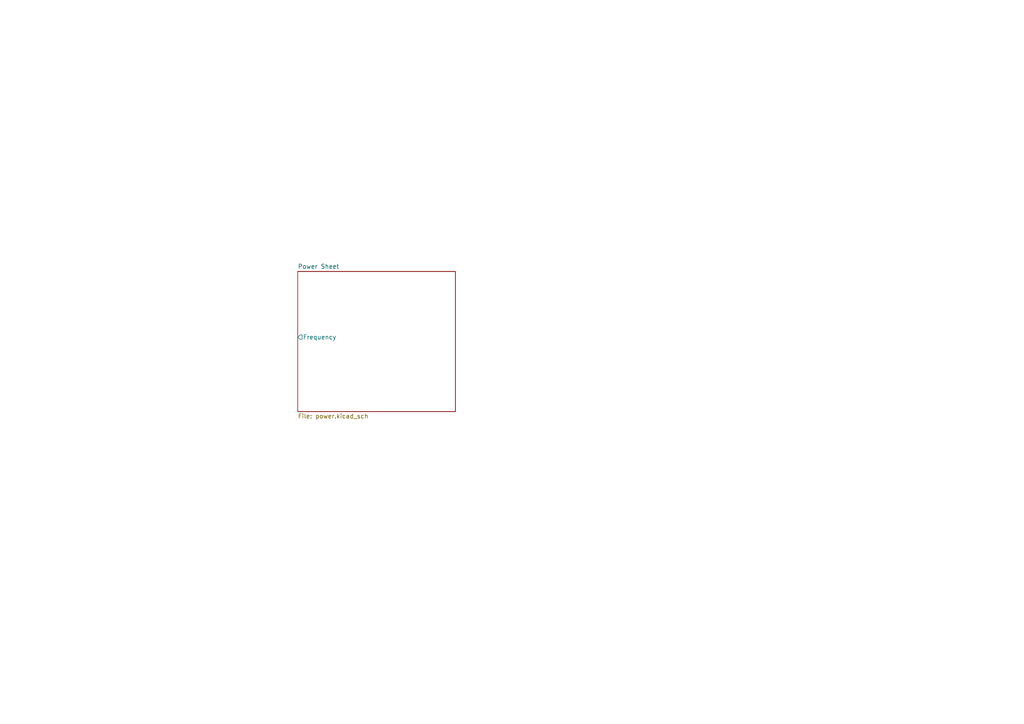
<source format=kicad_sch>
(kicad_sch (version 20230121) (generator eeschema)
  (paper "A4")
  (lib_symbols)
  (sheet (at 86.36 78.74) (size 45.72 40.64) (stroke (width 0.1524))
    (property "Sheetname" "Power Sheet" (at 86.36 78.0284 0) (effects (justify left bottom)))
    (property "Sheetfile" "power.kicad_sch" (at 86.36 119.9646 0) (effects (justify left top)))
    (pin "Frequency" output (at 86.36 97.79 180))
  )
)
</source>
